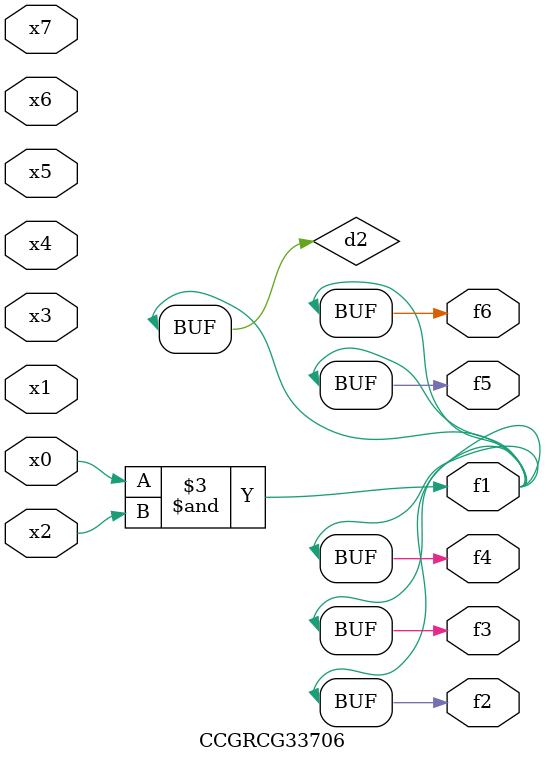
<source format=v>
module CCGRCG33706(
	input x0, x1, x2, x3, x4, x5, x6, x7,
	output f1, f2, f3, f4, f5, f6
);

	wire d1, d2;

	nor (d1, x3, x6);
	and (d2, x0, x2);
	assign f1 = d2;
	assign f2 = d2;
	assign f3 = d2;
	assign f4 = d2;
	assign f5 = d2;
	assign f6 = d2;
endmodule

</source>
